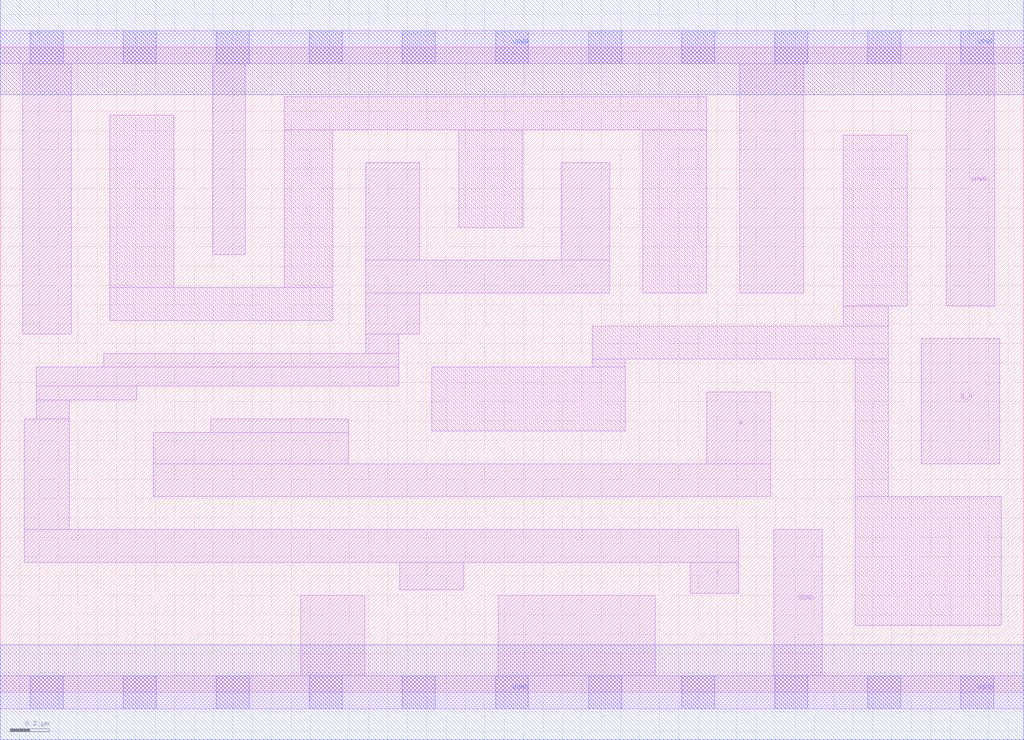
<source format=lef>
# Copyright 2020 The SkyWater PDK Authors
#
# Licensed under the Apache License, Version 2.0 (the "License");
# you may not use this file except in compliance with the License.
# You may obtain a copy of the License at
#
#     https://www.apache.org/licenses/LICENSE-2.0
#
# Unless required by applicable law or agreed to in writing, software
# distributed under the License is distributed on an "AS IS" BASIS,
# WITHOUT WARRANTIES OR CONDITIONS OF ANY KIND, either express or implied.
# See the License for the specific language governing permissions and
# limitations under the License.
#
# SPDX-License-Identifier: Apache-2.0

VERSION 5.7 ;
  NAMESCASESENSITIVE ON ;
  NOWIREEXTENSIONATPIN ON ;
  DIVIDERCHAR "/" ;
  BUSBITCHARS "[]" ;
UNITS
  DATABASE MICRONS 200 ;
END UNITS
MACRO sky130_fd_sc_ms__nor2b_4
  CLASS CORE ;
  SOURCE USER ;
  FOREIGN sky130_fd_sc_ms__nor2b_4 ;
  ORIGIN  0.000000  0.000000 ;
  SIZE  5.280000 BY  3.330000 ;
  SYMMETRY X Y ;
  SITE unit ;
  PIN A
    ANTENNAGATEAREA  1.028400 ;
    DIRECTION INPUT ;
    USE SIGNAL ;
    PORT
      LAYER li1 ;
        RECT 0.790000 1.010000 3.975000 1.180000 ;
        RECT 0.790000 1.180000 1.795000 1.340000 ;
        RECT 1.085000 1.340000 1.795000 1.410000 ;
        RECT 3.645000 1.180000 3.975000 1.550000 ;
    END
  END A
  PIN B_N
    ANTENNAGATEAREA  0.413400 ;
    DIRECTION INPUT ;
    USE SIGNAL ;
    PORT
      LAYER li1 ;
        RECT 4.750000 1.180000 5.155000 1.825000 ;
    END
  END B_N
  PIN Y
    ANTENNADIFFAREA  1.019200 ;
    DIRECTION OUTPUT ;
    USE SIGNAL ;
    PORT
      LAYER li1 ;
        RECT 0.125000 0.670000 3.810000 0.840000 ;
        RECT 0.125000 0.840000 0.355000 1.410000 ;
        RECT 0.185000 1.410000 0.355000 1.510000 ;
        RECT 0.185000 1.510000 0.705000 1.580000 ;
        RECT 0.185000 1.580000 2.055000 1.680000 ;
        RECT 0.535000 1.680000 2.055000 1.750000 ;
        RECT 1.885000 1.750000 2.055000 1.850000 ;
        RECT 1.885000 1.850000 2.165000 2.060000 ;
        RECT 1.885000 2.060000 3.145000 2.230000 ;
        RECT 1.885000 2.230000 2.165000 2.735000 ;
        RECT 2.060000 0.530000 2.390000 0.670000 ;
        RECT 2.895000 2.230000 3.145000 2.735000 ;
        RECT 3.560000 0.510000 3.810000 0.670000 ;
    END
  END Y
  PIN VGND
    DIRECTION INOUT ;
    USE GROUND ;
    PORT
      LAYER li1 ;
        RECT 0.000000 -0.085000 5.280000 0.085000 ;
        RECT 1.550000  0.085000 1.880000 0.500000 ;
        RECT 2.570000  0.085000 3.380000 0.500000 ;
        RECT 3.990000  0.085000 4.240000 0.840000 ;
      LAYER mcon ;
        RECT 0.155000 -0.085000 0.325000 0.085000 ;
        RECT 0.635000 -0.085000 0.805000 0.085000 ;
        RECT 1.115000 -0.085000 1.285000 0.085000 ;
        RECT 1.595000 -0.085000 1.765000 0.085000 ;
        RECT 2.075000 -0.085000 2.245000 0.085000 ;
        RECT 2.555000 -0.085000 2.725000 0.085000 ;
        RECT 3.035000 -0.085000 3.205000 0.085000 ;
        RECT 3.515000 -0.085000 3.685000 0.085000 ;
        RECT 3.995000 -0.085000 4.165000 0.085000 ;
        RECT 4.475000 -0.085000 4.645000 0.085000 ;
        RECT 4.955000 -0.085000 5.125000 0.085000 ;
      LAYER met1 ;
        RECT 0.000000 -0.245000 5.280000 0.245000 ;
    END
  END VGND
  PIN VPWR
    DIRECTION INOUT ;
    USE POWER ;
    PORT
      LAYER li1 ;
        RECT 0.000000 3.245000 5.280000 3.415000 ;
        RECT 0.115000 1.850000 0.365000 3.245000 ;
        RECT 1.095000 2.260000 1.265000 3.245000 ;
        RECT 3.815000 2.060000 4.145000 3.245000 ;
        RECT 4.880000 1.995000 5.130000 3.245000 ;
      LAYER mcon ;
        RECT 0.155000 3.245000 0.325000 3.415000 ;
        RECT 0.635000 3.245000 0.805000 3.415000 ;
        RECT 1.115000 3.245000 1.285000 3.415000 ;
        RECT 1.595000 3.245000 1.765000 3.415000 ;
        RECT 2.075000 3.245000 2.245000 3.415000 ;
        RECT 2.555000 3.245000 2.725000 3.415000 ;
        RECT 3.035000 3.245000 3.205000 3.415000 ;
        RECT 3.515000 3.245000 3.685000 3.415000 ;
        RECT 3.995000 3.245000 4.165000 3.415000 ;
        RECT 4.475000 3.245000 4.645000 3.415000 ;
        RECT 4.955000 3.245000 5.125000 3.415000 ;
      LAYER met1 ;
        RECT 0.000000 3.085000 5.280000 3.575000 ;
    END
  END VPWR
  OBS
    LAYER li1 ;
      RECT 0.565000 1.920000 1.715000 2.090000 ;
      RECT 0.565000 2.090000 0.895000 2.980000 ;
      RECT 1.465000 2.090000 1.715000 2.905000 ;
      RECT 1.465000 2.905000 3.645000 3.075000 ;
      RECT 2.225000 1.350000 3.225000 1.680000 ;
      RECT 2.365000 2.400000 2.695000 2.905000 ;
      RECT 3.055000 1.680000 3.225000 1.720000 ;
      RECT 3.055000 1.720000 4.580000 1.890000 ;
      RECT 3.315000 2.060000 3.645000 2.905000 ;
      RECT 4.350000 1.890000 4.580000 1.995000 ;
      RECT 4.350000 1.995000 4.680000 2.875000 ;
      RECT 4.410000 0.345000 5.165000 1.010000 ;
      RECT 4.410000 1.010000 4.580000 1.720000 ;
  END
END sky130_fd_sc_ms__nor2b_4

</source>
